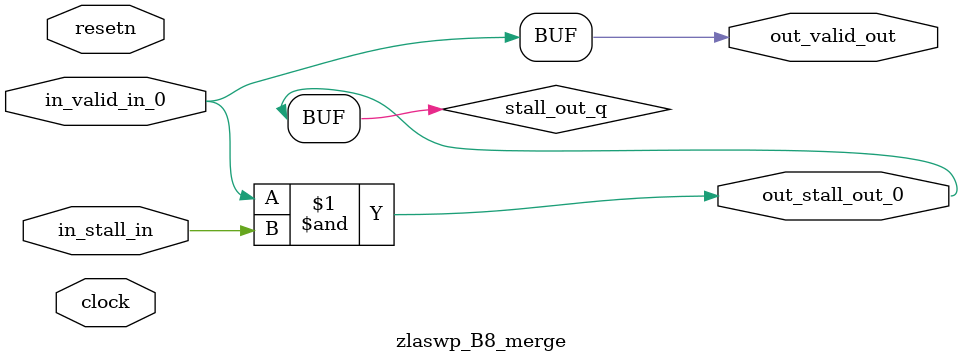
<source format=sv>



(* altera_attribute = "-name AUTO_SHIFT_REGISTER_RECOGNITION OFF; -name MESSAGE_DISABLE 10036; -name MESSAGE_DISABLE 10037; -name MESSAGE_DISABLE 14130; -name MESSAGE_DISABLE 14320; -name MESSAGE_DISABLE 15400; -name MESSAGE_DISABLE 14130; -name MESSAGE_DISABLE 10036; -name MESSAGE_DISABLE 12020; -name MESSAGE_DISABLE 12030; -name MESSAGE_DISABLE 12010; -name MESSAGE_DISABLE 12110; -name MESSAGE_DISABLE 14320; -name MESSAGE_DISABLE 13410; -name MESSAGE_DISABLE 113007; -name MESSAGE_DISABLE 10958" *)
module zlaswp_B8_merge (
    input wire [0:0] in_stall_in,
    input wire [0:0] in_valid_in_0,
    output wire [0:0] out_stall_out_0,
    output wire [0:0] out_valid_out,
    input wire clock,
    input wire resetn
    );

    wire [0:0] stall_out_q;


    // stall_out(LOGICAL,6)
    assign stall_out_q = in_valid_in_0 & in_stall_in;

    // out_stall_out_0(GPOUT,4)
    assign out_stall_out_0 = stall_out_q;

    // out_valid_out(GPOUT,5)
    assign out_valid_out = in_valid_in_0;

endmodule

</source>
